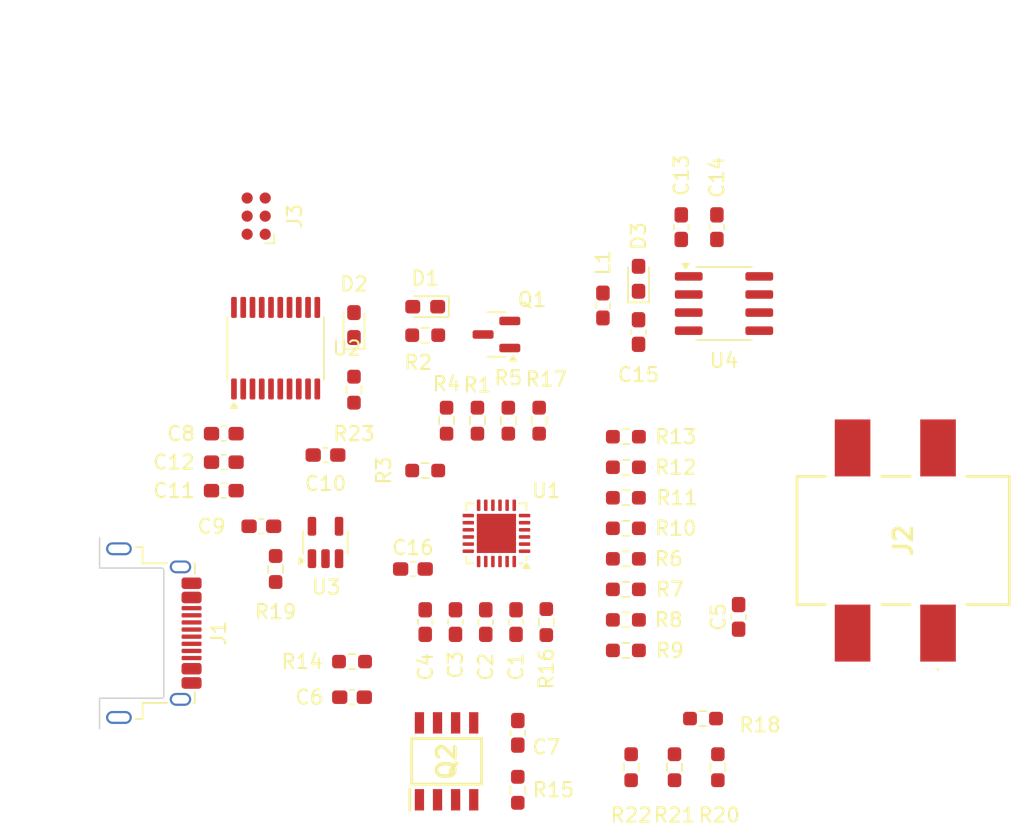
<source format=kicad_pcb>
(kicad_pcb (version 20241229) (generator "pcbnew") (generator_version "9.0")
  (layers (0 "F.Cu" signal) (2 "B.Cu" signal) (13 "F.Paste" user) (15 "B.Paste" user) (5 "F.SilkS" user "F.Silkscreen") (7 "B.SilkS" user "B.Silkscreen") (1 "F.Mask" user) (3 "B.Mask" user) (25 "Edge.Cuts" user))
  (net 0 "")
  (net 1 "+1V8")
  (net 2 "GND")
  (net 3 "+3V3")
  (net 4 "VCONN")
  (net 5 "VBUS")
  (net 6 "Net-(C6-Pad2)")
  (net 7 "+VBUS_PD")
  (net 8 "+3V3 MCU")
  (net 9 "AMP_OUT")
  (net 10 "Net-(U2-PA0)")
  (net 11 "Net-(D1-K)")
  (net 12 "Net-(D2-K)")
  (net 13 "Net-(D2-A)")
  (net 14 "Net-(D3-K)")
  (net 15 "SWDIO")
  (net 16 "NRST")
  (net 18 "SWCLK")
  (net 19 "USB_DM")
  (net 20 "USB_DP")
  (net 21 "Net-(Q1-D)")
  (net 22 "Net-(Q1-G)")
  (net 23 "Net-(Q2A-S1)")
  (net 24 "Net-(Q2A-G1)")
  (net 25 "PD_FLIP")
  (net 26 "I2C2_SCL")
  (net 27 "I2C2_SDA")
  (net 28 "VBUX_MAX")
  (net 29 "VBUX_MIN")
  (net 30 "ISINK_COARSE")
  (net 31 "ISINK_FINE")
  (net 32 "VBUS_FET_EN")
  (net 33 "Net-(U1-SAFE_PWR_EN)")
  (net 34 "PD_SAFE")
  (net 35 "Net-(R19-Pad1)")
  (net 37 "PD_GPIO")
  (net 38 "HPI_INT")
  (net 46 "Net-(J1-CC2)")
  (net 48 "Net-(J1-CC1)")
  (footprint "Resistor_SMD:R_0603_1608Metric_Pad0.98x0.95mm_HandSolder" (layer "F.Cu") (at 63.5 84.725 90)
    (property "Reference" "R16" (at -3.275 0 270) (layer "F.SilkS"))
    (property "Value" "2.2k")
    (fp_line (start -0.254724 -0.5225) (end 0.254724 -0.5225) (stroke (width 0.12)) (layer "F.SilkS"))
    (fp_line (start -0.254724 0.5225) (end 0.254724 0.5225) (stroke (width 0.12)) (layer "F.SilkS"))
    (pad "1" smd roundrect (at -0.9125 0 90) (size 0.975 0.95) (layers "F.Cu" "F.Mask" "F.Paste") (net 6 "Net-(C6-Pad2)"))
    (pad "2" smd roundrect (at 0.9125 0 90) (size 0.975 0.95) (layers "F.Cu" "F.Mask" "F.Paste") (net 32 "VBUS_FET_EN"))
  )
  (footprint "Diode_SMD:D_0603_1608Metric_Pad1.05x0.95mm_HandSolder" (layer "F.Cu") (at 69.975 60.6275 90)
    (property "Reference" "D3" (at 3 0 90) (layer "F.SilkS"))
    (property "Value" "1N5820")
    (fp_line (start 0.8 -0.735) (end -1.66 -0.735) (stroke (width 0.12)) (layer "F.SilkS"))
    (fp_line (start -1.66 -0.735) (end -1.66 0.735) (stroke (width 0.12)) (layer "F.SilkS"))
    (fp_line (start -1.66 0.735) (end 0.8 0.735) (stroke (width 0.12)) (layer "F.SilkS"))
    (pad "1" smd roundrect (at -0.875 0 90) (size 1.05 0.95) (layers "F.Cu" "F.Mask" "F.Paste") (net 14 "Net-(D3-K)"))
    (pad "2" smd roundrect (at 0.875 0 90) (size 1.05 0.95) (layers "F.Cu" "F.Mask" "F.Paste") (net 2 "GND"))
  )
  (footprint "Capacitor_SMD:C_0603_1608Metric_Pad1.08x0.95mm_HandSolder" (layer "F.Cu") (at 48 73)
    (property "Reference" "C10" (at 0 2 0) (layer "F.SilkS"))
    (property "Value" "0.1uF")
    (fp_line (start -0.146267 -0.51) (end 0.146267 -0.51) (stroke (width 0.12)) (layer "F.SilkS"))
    (fp_line (start -0.146267 0.51) (end 0.146267 0.51) (stroke (width 0.12)) (layer "F.SilkS"))
    (pad "1" smd roundrect (at -0.8625 0) (size 1.075 0.95) (layers "F.Cu" "F.Mask" "F.Paste") (net 10 "Net-(U2-PA0)"))
    (pad "2" smd roundrect (at 0.8625 0) (size 1.075 0.95) (layers "F.Cu" "F.Mask" "F.Paste") (net 2 "GND"))
  )
  (footprint "Resistor_SMD:R_0603_1608Metric_Pad0.98x0.95mm_HandSolder" (layer "F.Cu") (at 69.0875 86.714286)
    (property "Reference" "R9" (at 3.0875 0 0) (layer "F.SilkS"))
    (property "Value" "2.2k")
    (fp_line (start -0.254724 -0.5225) (end 0.254724 -0.5225) (stroke (width 0.12)) (layer "F.SilkS"))
    (fp_line (start -0.254724 0.5225) (end 0.254724 0.5225) (stroke (width 0.12)) (layer "F.SilkS"))
    (pad "1" smd roundrect (at -0.9125 0) (size 0.975 0.95) (layers "F.Cu" "F.Mask" "F.Paste") (net 29 "VBUX_MIN"))
    (pad "2" smd roundrect (at 0.9125 0) (size 0.975 0.95) (layers "F.Cu" "F.Mask" "F.Paste") (net 2 "GND"))
  )
  (footprint "Resistor_SMD:R_0603_1608Metric_Pad0.98x0.95mm_HandSolder" (layer "F.Cu") (at 69.0875 71.714286)
    (property "Reference" "R13" (at 3.5 0 0) (layer "F.SilkS"))
    (property "Value" "2.2k")
    (fp_line (start -0.254724 -0.5225) (end 0.254724 -0.5225) (stroke (width 0.12)) (layer "F.SilkS"))
    (fp_line (start -0.254724 0.5225) (end 0.254724 0.5225) (stroke (width 0.12)) (layer "F.SilkS"))
    (pad "1" smd roundrect (at -0.9125 0) (size 0.975 0.95) (layers "F.Cu" "F.Mask" "F.Paste") (net 31 "ISINK_FINE"))
    (pad "2" smd roundrect (at 0.9125 0) (size 0.975 0.95) (layers "F.Cu" "F.Mask" "F.Paste") (net 2 "GND"))
  )
  (footprint "Resistor_SMD:R_0603_1608Metric_Pad0.98x0.95mm_HandSolder" (layer "F.Cu") (at 55 64.5875)
    (property "Reference" "R2" (at -0.5 1.9125 0) (layer "F.SilkS"))
    (property "Value" "TODO")
    (fp_line (start -0.254724 -0.5225) (end 0.254724 -0.5225) (stroke (width 0.12)) (layer "F.SilkS"))
    (fp_line (start -0.254724 0.5225) (end 0.254724 0.5225) (stroke (width 0.12)) (layer "F.SilkS"))
    (pad "1" smd roundrect (at -0.9125 0) (size 0.975 0.95) (layers "F.Cu" "F.Mask" "F.Paste") (net 21 "Net-(Q1-D)"))
    (pad "2" smd roundrect (at 0.9125 0) (size 0.975 0.95) (layers "F.Cu" "F.Mask" "F.Paste") (net 11 "Net-(D1-K)"))
  )
  (footprint "Resistor_SMD:R_0603_1608Metric_Pad0.98x0.95mm_HandSolder" (layer "F.Cu") (at 49.8625 87.5 180)
    (property "Reference" "R14" (at 3.5 0 0) (layer "F.SilkS"))
    (property "Value" "20k")
    (fp_line (start -0.254724 0.5225) (end 0.254724 0.5225) (stroke (width 0.12)) (layer "F.SilkS"))
    (fp_line (start -0.254724 -0.5225) (end 0.254724 -0.5225) (stroke (width 0.12)) (layer "F.SilkS"))
    (pad "1" smd roundrect (at -0.9125 0 180) (size 0.975 0.95) (layers "F.Cu" "F.Mask" "F.Paste") (net 5 "VBUS"))
    (pad "2" smd roundrect (at 0.9125 0 180) (size 0.975 0.95) (layers "F.Cu" "F.Mask" "F.Paste") (net 6 "Net-(C6-Pad2)"))
  )
  (footprint "Capacitor_SMD:C_0603_1608Metric_Pad1.08x0.95mm_HandSolder" (layer "F.Cu") (at 77 84.3625 90)
    (property "Reference" "C5" (at 0 -1.43 90) (layer "F.SilkS"))
    (property "Value" "4.7uF")
    (fp_line (start -0.146267 -0.51) (end 0.146267 -0.51) (stroke (width 0.12)) (layer "F.SilkS"))
    (fp_line (start -0.146267 0.51) (end 0.146267 0.51) (stroke (width 0.12)) (layer "F.SilkS"))
    (pad "1" smd roundrect (at -0.8625 0 90) (size 1.075 0.95) (layers "F.Cu" "F.Mask" "F.Paste") (net 4 "VCONN"))
    (pad "2" smd roundrect (at 0.8625 0 90) (size 1.075 0.95) (layers "F.Cu" "F.Mask" "F.Paste") (net 2 "GND"))
  )
  (footprint "Resistor_SMD:R_0603_1608Metric_Pad0.98x0.95mm_HandSolder" (layer "F.Cu") (at 69.0875 82.428572)
    (property "Reference" "R7" (at 3.0875 0 0) (layer "F.SilkS"))
    (property "Value" "2.2k")
    (fp_line (start -0.254724 -0.5225) (end 0.254724 -0.5225) (stroke (width 0.12)) (layer "F.SilkS"))
    (fp_line (start -0.254724 0.5225) (end 0.254724 0.5225) (stroke (width 0.12)) (layer "F.SilkS"))
    (pad "1" smd roundrect (at -0.9125 0) (size 0.975 0.95) (layers "F.Cu" "F.Mask" "F.Paste") (net 28 "VBUX_MAX"))
    (pad "2" smd roundrect (at 0.9125 0) (size 0.975 0.95) (layers "F.Cu" "F.Mask" "F.Paste") (net 2 "GND"))
  )
  (footprint "Resistor_SMD:R_0603_1608Metric_Pad0.98x0.95mm_HandSolder" (layer "F.Cu") (at 69.0875 76)
    (property "Reference" "R11" (at 3.5875 0 0) (layer "F.SilkS"))
    (property "Value" "2.2k")
    (fp_line (start -0.254724 -0.5225) (end 0.254724 -0.5225) (stroke (width 0.12)) (layer "F.SilkS"))
    (fp_line (start -0.254724 0.5225) (end 0.254724 0.5225) (stroke (width 0.12)) (layer "F.SilkS"))
    (pad "1" smd roundrect (at -0.9125 0) (size 0.975 0.95) (layers "F.Cu" "F.Mask" "F.Paste") (net 30 "ISINK_COARSE"))
    (pad "2" smd roundrect (at 0.9125 0) (size 0.975 0.95) (layers "F.Cu" "F.Mask" "F.Paste") (net 2 "GND"))
  )
  (footprint "Resistor_SMD:R_0603_1608Metric_Pad0.98x0.95mm_HandSolder" (layer "F.Cu") (at 55 74.0875)
    (property "Reference" "R3" (at -2.9125 0 90) (layer "F.SilkS"))
    (property "Value" "2.2k")
    (fp_line (start -0.254724 -0.5225) (end 0.254724 -0.5225) (stroke (width 0.12)) (layer "F.SilkS"))
    (fp_line (start -0.254724 0.5225) (end 0.254724 0.5225) (stroke (width 0.12)) (layer "F.SilkS"))
    (pad "1" smd roundrect (at -0.9125 0) (size 0.975 0.95) (layers "F.Cu" "F.Mask" "F.Paste") (net 3 "+3V3"))
    (pad "2" smd roundrect (at 0.9125 0) (size 0.975 0.95) (layers "F.Cu" "F.Mask" "F.Paste") (net 26 "I2C2_SCL"))
  )
  (footprint "usb-c-pd-lib:SOIC127P600X175-8N" (layer "F.Cu") (at 56.5 94.5 90)
    (property "Reference" "Q2" (at 0 0 90) (layer "F.SilkS") (effects (font (size 1.27 1.27) (thickness 0.254))))
    (property "Value" "~" (hide yes))
    (fp_line (start -3.45 -2.58) (end -1.95 -2.58) (stroke (width 0.2)) (layer "F.SilkS"))
    (fp_line (start 1.6 -2.45) (end 1.6 2.45) (stroke (width 0.2)) (layer "F.SilkS"))
    (fp_line (start -1.6 -2.45) (end 1.6 -2.45) (stroke (width 0.2)) (layer "F.SilkS"))
    (fp_line (start 1.6 2.45) (end -1.6 2.45) (stroke (width 0.2)) (layer "F.SilkS"))
    (fp_line (start -1.6 2.45) (end -1.6 -2.45) (stroke (width 0.2)) (layer "F.SilkS"))
    (pad "1" smd rect (at -2.7 -1.905 180) (size 0.65 1.5) (layers "F.Cu" "F.Mask" "F.Paste") (net 23 "Net-(Q2A-S1)"))
    (pad "2" smd rect (at -2.7 -0.635 180) (size 0.65 1.5) (layers "F.Cu" "F.Mask" "F.Paste") (net 24 "Net-(Q2A-G1)"))
    (pad "3" smd rect (at -2.7 0.635 180) (size 0.65 1.5) (layers "F.Cu" "F.Mask" "F.Paste") (net 23 "Net-(Q2A-S1)"))
    (pad "4" smd rect (at -2.7 1.905 180) (size 0.65 1.5) (layers "F.Cu" "F.Mask" "F.Paste") (net 24 "Net-(Q2A-G1)"))
    (pad "5" smd rect (at 2.7 1.905 180) (size 0.65 1.5) (layers "F.Cu" "F.Mask" "F.Paste") (net 7 "+VBUS_PD"))
    (pad "6" smd rect (at 2.7 0.635 180) (size 0.65 1.5) (layers "F.Cu" "F.Mask" "F.Paste") (net 7 "+VBUS_PD"))
    (pad "7" smd rect (at 2.7 -0.635 180) (size 0.65 1.5) (layers "F.Cu" "F.Mask" "F.Paste") (net 5 "VBUS"))
    (pad "8" smd rect (at 2.7 -1.905 180) (size 0.65 1.5) (layers "F.Cu" "F.Mask" "F.Paste") (net 5 "VBUS"))
  )
  (footprint "Capacitor_SMD:C_0603_1608Metric_Pad1.08x0.95mm_HandSolder" (layer "F.Cu") (at 72.975 57.0025 90)
    (property "Reference" "C13" (at 3.6375 0 90) (layer "F.SilkS"))
    (property "Value" "470uF")
    (fp_line (start -0.146267 -0.51) (end 0.146267 -0.51) (stroke (width 0.12)) (layer "F.SilkS"))
    (fp_line (start -0.146267 0.51) (end 0.146267 0.51) (stroke (width 0.12)) (layer "F.SilkS"))
    (pad "1" smd roundrect (at -0.8625 0 90) (size 1.075 0.95) (layers "F.Cu" "F.Mask" "F.Paste") (net 5 "VBUS"))
    (pad "2" smd roundrect (at 0.8625 0 90) (size 1.075 0.95) (layers "F.Cu" "F.Mask" "F.Paste") (net 2 "GND"))
  )
  (footprint "Package_TO_SOT_SMD:SOT-23-5" (layer "F.Cu") (at 48 79.1375 90)
    (property "Reference" "U3" (at -3.1375 0.05 0) (layer "F.SilkS"))
    (property "Value" "INA180A2")
    (fp_line (start 0 -1.56) (end 0.8 -1.56) (stroke (width 0.12)) (layer "F.SilkS"))
    (fp_line (start 0 -1.56) (end -0.8 -1.56) (stroke (width 0.12)) (layer "F.SilkS"))
    (fp_line (start 0 1.56) (end 0.8 1.56) (stroke (width 0.12)) (layer "F.SilkS"))
    (fp_line (start 0 1.56) (end -0.8 1.56) (stroke (width 0.12)) (layer "F.SilkS"))
    (fp_poly (pts (xy -1.3 -1.51) (xy -1.54 -1.84) (xy -1.06 -1.84)) (stroke (width 0.12)) (fill yes) (layer "F.SilkS"))
    (pad "1" smd roundrect (at -1.1375 -0.95 90) (size 1.325 0.6) (layers "F.Cu" "F.Mask" "F.Paste") (net 35 "Net-(R19-Pad1)"))
    (pad "2" smd roundrect (at -1.1375 0 90) (size 1.325 0.6) (layers "F.Cu" "F.Mask" "F.Paste") (net 2 "GND"))
    (pad "3" smd roundrect (at -1.1375 0.95 90) (size 1.325 0.6) (layers "F.Cu" "F.Mask" "F.Paste") (net 7 "+VBUS_PD"))
    (pad "4" smd roundrect (at 1.1375 0.95 90) (size 1.325 0.6) (layers "F.Cu" "F.Mask" "F.Paste") (net 4 "VCONN"))
    (pad "5" smd roundrect (at 1.1375 -0.95 90) (size 1.325 0.6) (layers "F.Cu" "F.Mask" "F.Paste") (net 8 "+3V3 MCU"))
  )
  (footprint "Diode_SMD:D_0603_1608Metric_Pad1.05x0.95mm_HandSolder" (layer "F.Cu") (at 55 62.5875 180)
    (property "Reference" "D1" (at 0 2 0) (layer "F.SilkS"))
    (property "Value" "LED")
    (fp_line (start 0.8 -0.735) (end -1.66 -0.735) (stroke (width 0.12)) (layer "F.SilkS"))
    (fp_line (start -1.66 0.735) (end 0.8 0.735) (stroke (width 0.12)) (layer "F.SilkS"))
    (fp_line (start -1.66 -0.735) (end -1.66 0.735) (stroke (width 0.12)) (layer "F.SilkS"))
    (pad "1" smd roundrect (at -0.875 0 180) (size 1.05 0.95) (layers "F.Cu" "F.Mask" "F.Paste") (net 11 "Net-(D1-K)"))
    (pad "2" smd roundrect (at 0.875 0 180) (size 1.05 0.95) (layers "F.Cu" "F.Mask" "F.Paste") (net 5 "VBUS"))
  )
  (footprint "Capacitor_SMD:C_0603_1608Metric_Pad1.08x0.95mm_HandSolder" (layer "F.Cu") (at 75.475 57.0025 90)
    (property "Reference" "C14" (at 3.5 0 90) (layer "F.SilkS"))
    (property "Value" "1uF")
    (fp_line (start -0.146267 -0.51) (end 0.146267 -0.51) (stroke (width 0.12)) (layer "F.SilkS"))
    (fp_line (start -0.146267 0.51) (end 0.146267 0.51) (stroke (width 0.12)) (layer "F.SilkS"))
    (pad "1" smd roundrect (at -0.8625 0 90) (size 1.075 0.95) (layers "F.Cu" "F.Mask" "F.Paste") (net 5 "VBUS"))
    (pad "2" smd roundrect (at 0.8625 0 90) (size 1.075 0.95) (layers "F.Cu" "F.Mask" "F.Paste") (net 2 "GND"))
  )
  (footprint "Capacitor_SMD:C_0603_1608Metric_Pad1.08x0.95mm_HandSolder" (layer "F.Cu") (at 69.975 64.365 -90)
    (property "Reference" "C15" (at 3 0 180) (layer "F.SilkS"))
    (property "Value" "180uF")
    (fp_line (start -0.146267 0.51) (end 0.146267 0.51) (stroke (width 0.12)) (layer "F.SilkS"))
    (fp_line (start -0.146267 -0.51) (end 0.146267 -0.51) (stroke (width 0.12)) (layer "F.SilkS"))
    (pad "1" smd roundrect (at -0.8625 0 270) (size 1.075 0.95) (layers "F.Cu" "F.Mask" "F.Paste") (net 8 "+3V3 MCU"))
    (pad "2" smd roundrect (at 0.8625 0 270) (size 1.075 0.95) (layers "F.Cu" "F.Mask" "F.Paste") (net 2 "GND"))
  )
  (footprint "Resistor_SMD:R_0603_1608Metric_Pad0.98x0.95mm_HandSolder" (layer "F.Cu") (at 69.0875 73.857143 180)
    (property "Reference" "R12" (at -3.5 0 0) (layer "F.SilkS"))
    (property "Value" "2.2k")
    (fp_line (start -0.254724 0.5225) (end 0.254724 0.5225) (stroke (width 0.12)) (layer "F.SilkS"))
    (fp_line (start -0.254724 -0.5225) (end 0.254724 -0.5225) (stroke (width 0.12)) (layer "F.SilkS"))
    (pad "1" smd roundrect (at -0.9125 0 180) (size 0.975 0.95) (layers "F.Cu" "F.Mask" "F.Paste") (net 8 "+3V3 MCU"))
    (pad "2" smd roundrect (at 0.9125 0 180) (size 0.975 0.95) (layers "F.Cu" "F.Mask" "F.Paste") (net 31 "ISINK_FINE"))
  )
  (footprint "Diode_SMD:D_0603_1608Metric_Pad1.05x0.95mm_HandSolder" (layer "F.Cu") (at 50 63.875 90)
    (property "Reference" "D2" (at 2.875 0 180) (layer "F.SilkS"))
    (property "Value" "LED")
    (fp_line (start 0.8 -0.735) (end -1.66 -0.735) (stroke (width 0.12)) (layer "F.SilkS"))
    (fp_line (start -1.66 -0.735) (end -1.66 0.735) (stroke (width 0.12)) (layer "F.SilkS"))
    (fp_line (start -1.66 0.735) (end 0.8 0.735) (stroke (width 0.12)) (layer "F.SilkS"))
    (pad "1" smd roundrect (at -0.875 0 90) (size 1.05 0.95) (layers "F.Cu" "F.Mask" "F.Paste") (net 12 "Net-(D2-K)"))
    (pad "2" smd roundrect (at 0.875 0 90) (size 1.05 0.95) (layers "F.Cu" "F.Mask" "F.Paste") (net 13 "Net-(D2-A)"))
  )
  (footprint "Capacitor_SMD:C_0603_1608Metric_Pad1.08x0.95mm_HandSolder" (layer "F.Cu") (at 61.375 84.725 -90)
    (property "Reference" "C1" (at 3.1375 0 90) (layer "F.SilkS"))
    (property "Value" "1uF")
    (fp_line (start -0.146267 0.51) (end 0.146267 0.51) (stroke (width 0.12)) (layer "F.SilkS"))
    (fp_line (start -0.146267 -0.51) (end 0.146267 -0.51) (stroke (width 0.12)) (layer "F.SilkS"))
    (pad "1" smd roundrect (at -0.8625 0 270) (size 1.075 0.95) (layers "F.Cu" "F.Mask" "F.Paste") (net 1 "+1V8"))
    (pad "2" smd roundrect (at 0.8625 0 270) (size 1.075 0.95) (layers "F.Cu" "F.Mask" "F.Paste") (net 2 "GND"))
  )
  (footprint "Inductor_SMD:L_0603_1608Metric_Pad1.05x0.95mm_HandSolder" (layer "F.Cu") (at 67.475 62.5025 -90)
    (property "Reference" "L1" (at -3 0 90) (layer "F.SilkS"))
    (property "Value" "68uH")
    (fp_line (start -0.171267 0.51) (end 0.171267 0.51) (stroke (width 0.12)) (layer "F.SilkS"))
    (fp_line (start -0.171267 -0.51) (end 0.171267 -0.51) (stroke (width 0.12)) (layer "F.SilkS"))
    (pad "1" smd roundrect (at -0.875 0 270) (size 1.05 0.95) (layers "F.Cu" "F.Mask" "F.Paste") (net 14 "Net-(D3-K)"))
    (pad "2" smd roundrect (at 0.875 0 270) (size 1.05 0.95) (layers "F.Cu" "F.Mask" "F.Paste") (net 8 "+3V3 MCU"))
  )
  (footprint "Package_TO_SOT_SMD:SOT-23" (layer "F.Cu") (at 60 64.5375 180)
    (property "Reference" "Q1" (at -2.5 2.45 180) (layer "F.SilkS"))
    (property "Value" "T2N7002AK")
    (fp_line (start 0 1.56) (end 0.65 1.56) (stroke (width 0.12)) (layer "F.SilkS"))
    (fp_line (start 0 1.56) (end -0.65 1.56) (stroke (width 0.12)) (layer "F.SilkS"))
    (fp_line (start 0 -1.56) (end 0.65 -1.56) (stroke (width 0.12)) (layer "F.SilkS"))
    (fp_line (start 0 -1.56) (end -0.65 -1.56) (stroke (width 0.12)) (layer "F.SilkS"))
    (fp_poly (pts (xy -1.1625 -1.51) (xy -1.4025 -1.84) (xy -0.9225 -1.84)) (stroke (width 0.12)) (fill yes) (layer "F.SilkS"))
    (pad "1" smd roundrect (at -0.9375 -0.95 180) (size 1.475 0.6) (layers "F.Cu" "F.Mask" "F.Paste") (net 22 "Net-(Q1-G)"))
    (pad "2" smd roundrect (at -0.9375 0.95 180) (size 1.475 0.6) (layers "F.Cu" "F.Mask" "F.Paste") (net 2 "GND"))
    (pad "3" smd roundrect (at 0.9375 0 180) (size 1.475 0.6) (layers "F.Cu" "F.Mask" "F.Paste") (net 21 "Net-(Q1-D)"))
  )
  (footprint "Resistor_SMD:R_0603_1608Metric_Pad0.98x0.95mm_HandSolder" (layer "F.Cu") (at 63 70.5875 90)
    (property "Reference" "R17" (at 2.9125 0.5 0) (layer "F.SilkS"))
    (property "Value" "2.2k")
    (fp_line (start -0.254724 -0.5225) (end 0.254724 -0.5225) (stroke (width 0.12)) (layer "F.SilkS"))
    (fp_line (start -0.254724 0.5225) (end 0.254724 0.5225) (stroke (width 0.12)) (layer "F.SilkS"))
    (pad "1" smd roundrect (at -0.9125 0 90) (size 0.975 0.95) (layers "F.Cu" "F.Mask" "F.Paste") (net 33 "Net-(U1-SAFE_PWR_EN)"))
    (pad "2" smd roundrect (at 0.9125 0 90) (size 0.975 0.95) (layers "F.Cu" "F.Mask" "F.Paste") (net 34 "PD_SAFE"))
  )
  (footprint "Capacitor_SMD:C_0603_1608Metric_Pad1.08x0.95mm_HandSolder" (layer "F.Cu") (at 57.125 84.725 -90)
    (property "Reference" "C3" (at 3 0 90) (layer "F.SilkS"))
    (property "Value" "0.1uF")
    (fp_line (start -0.146267 0.51) (end 0.146267 0.51) (stroke (width 0.12)) (layer "F.SilkS"))
    (fp_line (start -0.146267 -0.51) (end 0.146267 -0.51) (stroke (width 0.12)) (layer "F.SilkS"))
    (pad "1" smd roundrect (at -0.8625 0 270) (size 1.075 0.95) (layers "F.Cu" "F.Mask" "F.Paste") (net 3 "+3V3"))
    (pad "2" smd roundrect (at 0.8625 0 270) (size 1.075 0.95) (layers "F.Cu" "F.Mask" "F.Paste") (net 2 "GND"))
  )
  (footprint "Package_SO:SOIC-8_3.9x4.9mm_P1.27mm" (layer "F.Cu") (at 75.975 62.365)
    (property "Reference" "U4" (at 0 4 0) (layer "F.SilkS"))
    (property "Value" "XL1509-3.3")
    (fp_line (start 0 -2.56) (end -1.95 -2.56) (stroke (width 0.12)) (layer "F.SilkS"))
    (fp_line (start 0 -2.56) (end 1.95 -2.56) (stroke (width 0.12)) (layer "F.SilkS"))
    (fp_line (start 0 2.56) (end -1.95 2.56) (stroke (width 0.12)) (layer "F.SilkS"))
    (fp_line (start 0 2.56) (end 1.95 2.56) (stroke (width 0.12)) (layer "F.SilkS"))
    (fp_poly (pts (xy -2.7 -2.465) (xy -2.94 -2.795) (xy -2.46 -2.795)) (stroke (width 0.12)) (fill yes) (layer "F.SilkS"))
    (pad "1" smd roundrect (at -2.475 -1.905) (size 1.95 0.6) (layers "F.Cu" "F.Mask" "F.Paste") (net 5 "VBUS"))
    (pad "2" smd roundrect (at -2.475 -0.635) (size 1.95 0.6) (layers "F.Cu" "F.Mask" "F.Paste") (net 14 "Net-(D3-K)"))
    (pad "3" smd roundrect (at -2.475 0.635) (size 1.95 0.6) (layers "F.Cu" "F.Mask" "F.Paste") (net 8 "+3V3 MCU"))
    (pad "4" smd roundrect (at -2.475 1.905) (size 1.95 0.6) (layers "F.Cu" "F.Mask" "F.Paste") (net 2 "GND"))
    (pad "5" smd roundrect (at 2.475 1.905) (size 1.95 0.6) (layers "F.Cu" "F.Mask" "F.Paste") (net 2 "GND"))
    (pad "6" smd roundrect (at 2.475 0.635) (size 1.95 0.6) (layers "F.Cu" "F.Mask" "F.Paste") (net 2 "GND"))
    (pad "7" smd roundrect (at 2.475 -0.635) (size 1.95 0.6) (layers "F.Cu" "F.Mask" "F.Paste") (net 2 "GND"))
    (pad "8" smd roundrect (at 2.475 -1.905) (size 1.95 0.6) (layers "F.Cu" "F.Mask" "F.Paste") (net 2 "GND"))
  )
  (footprint "Capacitor_SMD:C_0603_1608Metric_Pad1.08x0.95mm_HandSolder" (layer "F.Cu") (at 59.25 84.725 -90)
    (property "Reference" "C2" (at 3.1375 0 90) (layer "F.SilkS"))
    (property "Value" "1uF")
    (fp_line (start -0.146267 0.51) (end 0.146267 0.51) (stroke (width 0.12)) (layer "F.SilkS"))
    (fp_line (start -0.146267 -0.51) (end 0.146267 -0.51) (stroke (width 0.12)) (layer "F.SilkS"))
    (pad "1" smd roundrect (at -0.8625 0 270) (size 1.075 0.95) (layers "F.Cu" "F.Mask" "F.Paste") (net 3 "+3V3"))
    (pad "2" smd roundrect (at 0.8625 0 270) (size 1.075 0.95) (layers "F.Cu" "F.Mask" "F.Paste") (net 2 "GND"))
  )
  (footprint "Connector:Tag-Connect_TC2030-IDC-NL_2x03_P1.27mm_Vertical" (layer "F.Cu") (at 43.135 56.23 90)
    (property "Reference" "J3" (at 0 2.7 90) (layer "F.SilkS"))
    (property "Value" "Conn_ARM_SWD_TagConnect_TC2030-NL")
    (fp_line (start -1.27 1.27) (end -1.905 1.27) (stroke (width 0.12)) (layer "F.SilkS"))
    (fp_line (start -1.905 1.27) (end -1.905 0.635) (stroke (width 0.12)) (layer "F.SilkS"))
    (pad "" np_thru_hole circle (at -2.54 0 90) (size 0.9906 0.9906) (drill 0.9906) (layers "*.Cu" "*.Mask"))
    (pad "" np_thru_hole circle (at 2.54 -1.016 90) (size 0.9906 0.9906) (drill 0.9906) (layers "*.Cu" "*.Mask"))
    (pad "" np_thru_hole circle (at 2.54 1.016 90) (size 0.9906 0.9906) (drill 0.9906) (layers "*.Cu" "*.Mask"))
    (pad "1" connect circle (at -1.27 0.635 90) (size 0.7874 0.7874) (layers "F.Cu" "F.Mask") (net 8 "+3V3 MCU"))
    (pad "2" connect circle (at -1.27 -0.635 90) (size 0.7874 0.7874) (layers "F.Cu" "F.Mask") (net 15 "SWDIO"))
    (pad "3" connect circle (at 0 0.635 90) (size 0.7874 0.7874) (layers "F.Cu" "F.Mask") (net 16 "NRST"))
    (pad "4" connect circle (at 0 -0.635 90) (size 0.7874 0.7874) (layers "F.Cu" "F.Mask") (net 18 "SWCLK"))
    (pad "5" connect circle (at 1.27 0.635 90) (size 0.7874 0.7874) (layers "F.Cu" "F.Mask") (net 2 "GND"))
    (pad "6" connect circle (at 1.27 -0.635 90) (size 0.7874 0.7874) (layers "F.Cu" "F.Mask"))
  )
  (footprint "Resistor_SMD:R_0603_1608Metric_Pad0.98x0.95mm_HandSolder" (layer "F.Cu") (at 61.5 96.5 90)
    (property "Reference" "R15" (at 0 2.5 0) (layer "F.SilkS"))
    (property "Value" "2.2k")
    (fp_line (start -0.254724 -0.5225) (end 0.254724 -0.5225) (stroke (width 0.12)) (layer "F.SilkS"))
    (fp_line (start -0.254724 0.5225) (end 0.254724 0.5225) (stroke (width 0.12)) (layer "F.SilkS"))
    (pad "1" smd roundrect (at -0.9125 0 90) (size 0.975 0.95) (layers "F.Cu" "F.Mask" "F.Paste") (net 24 "Net-(Q2A-G1)"))
    (pad "2" smd roundrect (at 0.9125 0 90) (size 0.975 0.95) (layers "F.Cu" "F.Mask" "F.Paste") (net 6 "Net-(C6-Pad2)"))
  )
  (footprint "Resistor_SMD:R_0603_1608Metric_Pad0.98x0.95mm_HandSolder" (layer "F.Cu") (at 50 68.4125 90)
    (property "Reference" "R23" (at -3.0875 0 180) (layer "F.SilkS"))
    (property "Value" "TODO")
    (fp_line (start -0.254724 -0.5225) (end 0.254724 -0.5225) (stroke (width 0.12)) (layer "F.SilkS"))
    (fp_line (start -0.254724 0.5225) (end 0.254724 0.5225) (stroke (width 0.12)) (layer "F.SilkS"))
    (pad "1" smd roundrect (at -0.9125 0 90) (size 0.975 0.95) (layers "F.Cu" "F.Mask" "F.Paste") (net 2 "GND"))
    (pad "2" smd roundrect (at 0.9125 0 90) (size 0.975 0.95) (layers "F.Cu" "F.Mask" "F.Paste") (net 12 "Net-(D2-K)"))
  )
  (footprint "Capacitor_SMD:C_0603_1608Metric_Pad1.08x0.95mm_HandSolder" (layer "F.Cu") (at 40.8625 71.5 180)
    (property "Reference" "C8" (at 3 0 0) (layer "F.SilkS"))
    (property "Value" "0.1uF")
    (fp_line (start -0.146267 0.51) (end 0.146267 0.51) (stroke (width 0.12)) (layer "F.SilkS"))
    (fp_line (start -0.146267 -0.51) (end 0.146267 -0.51) (stroke (width 0.12)) (layer "F.SilkS"))
    (pad "1" smd roundrect (at -0.8625 0 180) (size 1.075 0.95) (layers "F.Cu" "F.Mask" "F.Paste") (net 8 "+3V3 MCU"))
    (pad "2" smd roundrect (at 0.8625 0 180) (size 1.075 0.95) (layers "F.Cu" "F.Mask" "F.Paste") (net 2 "GND"))
  )
  (footprint "Resistor_SMD:R_0603_1608Metric_Pad0.98x0.95mm_HandSolder" (layer "F.Cu") (at 75.54375 94.9125 -90)
    (property "Reference" "R20" (at 3.3625 -0.0875 0) (layer "F.SilkS"))
    (property "Value" "20k")
    (fp_line (start -0.254724 0.5225) (end 0.254724 0.5225) (stroke (width 0.12)) (layer "F.SilkS"))
    (fp_line (start -0.254724 -0.5225) (end 0.254724 -0.5225) (stroke (width 0.12)) (layer "F.SilkS"))
    (pad "1" smd roundrect (at -0.9125 0 270) (size 0.975 0.95) (layers "F.Cu" "F.Mask" "F.Paste") (net 4 "VCONN"))
    (pad "2" smd roundrect (at 0.9125 0 270) (size 0.975 0.95) (layers "F.Cu" "F.Mask" "F.Paste") (net 10 "Net-(U2-PA0)"))
  )
  (footprint "Resistor_SMD:R_0603_1608Metric_Pad0.98x0.95mm_HandSolder" (layer "F.Cu") (at 69.0875 78.142857 180)
    (property "Reference" "R10" (at -3.5 0 0) (layer "F.SilkS"))
    (property "Value" "2.2k")
    (fp_line (start -0.254724 0.5225) (end 0.254724 0.5225) (stroke (width 0.12)) (layer "F.SilkS"))
    (fp_line (start -0.254724 -0.5225) (end 0.254724 -0.5225) (stroke (width 0.12)) (layer "F.SilkS"))
    (pad "1" smd roundrect (at -0.9125 0 180) (size 0.975 0.95) (layers "F.Cu" "F.Mask" "F.Paste") (net 8 "+3V3 MCU"))
    (pad "2" smd roundrect (at 0.9125 0 180) (size 0.975 0.95) (layers "F.Cu" "F.Mask" "F.Paste") (net 30 "ISINK_COARSE"))
  )
  (footprint "Capacitor_SMD:C_0603_1608Metric_Pad1.08x0.95mm_HandSolder" (layer "F.Cu") (at 40.8625 75.5 180)
    (property "Reference" "C11" (at 3.5 0 0) (layer "F.SilkS"))
    (property "Value" "0.1uF")
    (fp_line (start -0.146267 0.51) (end 0.146267 0.51) (stroke (width 0.12)) (layer "F.SilkS"))
    (fp_line (start -0.146267 -0.51) (end 0.146267 -0.51) (stroke (width 0.12)) (layer "F.SilkS"))
    (pad "1" smd roundrect (at -0.8625 0 180) (size 1.075 0.95) (layers "F.Cu" "F.Mask" "F.Paste") (net 8 "+3V3 MCU"))
    (pad "2" smd roundrect (at 0.8625 0 180) (size 1.075 0.95) (layers "F.Cu" "F.Mask" "F.Paste") (net 2 "GND"))
  )
  (footprint "Package_DFN_QFN:QFN-24-1EP_4x4mm_P0.5mm_EP2.75x2.75mm" (layer "F.Cu") (at 60 78.5 180)
    (property "Reference" "U1" (at -3.5 3 0) (layer "F.SilkS"))
    (property "Value" "CYPD3177-24LQ")
    (fp_line (start 2.11 2.11) (end 2.11 1.635) (stroke (width 0.12)) (layer "F.SilkS"))
    (fp_line (start 2.11 -2.11) (end 2.11 -1.635) (stroke (width 0.12)) (layer "F.SilkS"))
    (fp_line (start 1.635 2.11) (end 2.11 2.11) (stroke (width 0.12)) (layer "F.SilkS"))
    (fp_line (start 1.635 -2.11) (end 2.11 -2.11) (stroke (width 0.12)) (layer "F.SilkS"))
    (fp_line (start -1.635 2.11) (end -2.11 2.11) (stroke (width 0.12)) (layer "F.SilkS"))
    (fp_line (start -1.635 -2.11) (end -1.81 -2.11) (stroke (width 0.12)) (layer "F.SilkS"))
    (fp_line (start -2.11 2.11) (end -2.11 1.635) (stroke (width 0.12)) (layer "F.SilkS"))
    (fp_line (start -2.11 -1.635) (end -2.11 -1.87) (stroke (width 0.12)) (layer "F.SilkS"))
    (fp_poly (pts (xy -2.11 -2.11) (xy -2.35 -2.44) (xy -1.87 -2.44)) (stroke (width 0.12)) (fill yes) (layer "F.SilkS"))
    (pad "1" smd roundrect (at -1.975 -1.25 180) (size 0.8 0.25) (layers "F.Cu" "F.Mask" "F.Paste") (net 29 "VBUX_MIN"))
    (pad "2" smd roundrect (at -1.975 -0.75 180) (size 0.8 0.25) (layers "F.Cu" "F.Mask" "F.Paste") (net 28 "VBUX_MAX"))
    (pad "3" smd roundrect (at -1.975 -0.25 180) (size 0.8 0.25) (layers "F.Cu" "F.Mask" "F.Paste") (net 32 "VBUS_FET_EN"))
    (pad "4" smd roundrect (at -1.975 0.25 180) (size 0.8 0.25) (layers "F.Cu" "F.Mask" "F.Paste") (net 33 "Net-(U1-SAFE_PWR_EN)"))
    (pad "5" smd roundrect (at -1.975 0.75 180) (size 0.8 0.25) (layers "F.Cu" "F.Mask" "F.Paste") (net 30 "ISINK_COARSE"))
    (pad "6" smd roundrect (at -1.975 1.25 180) (size 0.8 0.25) (layers "F.Cu" "F.Mask" "F.Paste") (net 31 "ISINK_FINE"))
    (pad "7" smd roundrect (at -1.25 1.975 180) (size 0.25 0.8) (layers "F.Cu" "F.Mask" "F.Paste") (net 38 "HPI_INT"))
    (pad "8" smd roundrect (at -0.75 1.975 180) (size 0.25 0.8) (layers "F.Cu" "F.Mask" "F.Paste") (net 37 "PD_GPIO"))
    (pad "9" smd roundrect (at -0.25 1.975 180) (size 0.25 0.8) (layers "F.Cu" "F.Mask" "F.Paste") (net 22 "Net-(Q1-G)"))
    (pad "10" smd roundrect (at 0.25 1.975 180) (size 0.25 0.8) (layers "F.Cu" "F.Mask" "F.Paste") (net 25 "PD_FLIP"))
    (pad "11" smd roundrect (at 0.75 1.975 180) (size 0.25 0.8) (layers "F.Cu" "F.Mask" "F.Paste") (net 7 "+VBUS_PD"))
    (pad "12" smd roundrect (at 1.25 1.975 180) (size 0.25 0.8) (layers "F.Cu" "F.Mask" "F.Paste") (net 27 "I2C2_SDA"))
    (pad "13" smd roundrect (at 1.975 1.25 180) (size 0.8 0.25) (layers "F.Cu" "F.Mask" "F.Paste") (net 26 "I2C2_SCL"))
    (pad "14" smd roundrect (at 1.975 0.75 180) (size 0.8 0.25) (layers "F.Cu" "F.Mask" "F.Paste") (net 46 "Net-(J1-CC2)"))
    (pad "15" smd roundrect (at 1.975 0.25 180) (size 0.8 0.25) (layers "F.Cu" "F.Mask" "F.Paste") (net 48 "Net-(J1-CC1)"))
    (pad "16" smd roundrect (at 1.975 -0.25 180) (size 0.8 0.25) (layers "F.Cu" "F.Mask" "F.Paste"))
    (pad "17" smd roundrect (at 1.975 -0.75 180) (size 0.8 0.25) (layers "F.Cu" "F.Mask" "F.Paste"))
    (pad "18" smd roundrect (at 1.975 -1.25 180) (size 0.8 0.25) (layers "F.Cu" "F.Mask" "F.Paste") (net 5 "VBUS"))
    (pad "19" smd roundrect (at 1.25 -1.975 180) (size 0.25 0.8) (layers "F.Cu" "F.Mask" "F.Paste") (net 2 "GND"))
    (pad "20" smd roundrect (at 0.75 -1.975 180) (size 0.25 0.8) (layers "F.Cu" "F.Mask" "F.Paste"))
    (pad "21" smd roundrect (at 0.25 -1.975 180) (size 0.25 0.8) (layers "F.Cu" "F.Mask" "F.Paste"))
    (pad "22" smd roundrect (at -0.25 -1.975 180) (size 0.25 0.8) (layers "F.Cu" "F.Mask" "F.Paste") (net 2 "GND"))
    (pad "23" smd roundrect (at -0.75 -1.975 180) (size 0.25 0.8) (layers "F.Cu" "F.Mask" "F.Paste") (net 3 "+3V3"))
    (pad "24" smd roundrect (at -1.25 -1.975 180) (size 0.25 0.8) (layers "F.Cu" "F.Mask" "F.Paste") (net 1 "+1V8"))
    (pad "25" smd rect (at 0 0 180) (size 2.75 2.75) (property pad_prop_heatsink) (layers "F.Cu" "F.Mask") (net 2 "GND"))
  )
  (footprint "Package_SO:TSSOP-20_4.4x6.5mm_P0.65mm" (layer "F.Cu") (at 44.5 65.5 90)
    (property "Reference" "U2" (at 0 5 0) (layer "F.SilkS"))
    (property "Value" "STM32C071F8Px")
    (fp_line (start 0 -3.385) (end 2.2 -3.385) (stroke (width 0.12)) (layer "F.SilkS"))
    (fp_line (start 0 -3.385) (end -2.2 -3.385) (stroke (width 0.12)) (layer "F.SilkS"))
    (fp_line (start 0 3.385) (end 2.2 3.385) (stroke (width 0.12)) (layer "F.SilkS"))
    (fp_line (start 0 3.385) (end -2.2 3.385) (stroke (width 0.12)) (layer "F.SilkS"))
    (fp_poly (pts (xy -3.86 -2.925) (xy -4.19 -2.685) (xy -4.19 -3.165)) (stroke (width 0.12)) (fill yes) (layer "F.SilkS"))
    (pad "1" smd roundrect (at -2.8625 -2.925 90) (size 1.475 0.4) (layers "F.Cu" "F.Mask" "F.Paste") (net 13 "Net-(D2-A)"))
    (pad "2" smd roundrect (at -2.8625 -2.275 90) (size 1.475 0.4) (layers "F.Cu" "F.Mask" "F.Paste") (net 37 "PD_GPIO"))
    (pad "3" smd roundrect (at -2.8625 -1.625 90) (size 1.475 0.4) (layers "F.Cu" "F.Mask" "F.Paste") (net 38 "HPI_INT"))
    (pad "4" smd roundrect (at -2.8625 -0.975 90) (size 1.475 0.4) (layers "F.Cu" "F.Mask" "F.Paste") (net 8 "+3V3 MCU"))
    (pad "5" smd roundrect (at -2.8625 -0.325 90) (size 1.475 0.4) (layers "F.Cu" "F.Mask" "F.Paste") (net 2 "GND"))
    (pad "6" smd roundrect (at -2.8625 0.325 90) (size 1.475 0.4) (layers "F.Cu" "F.Mask" "F.Paste") (net 16 "NRST"))
    (pad "7" smd roundrect (at -2.8625 0.975 90) (size 1.475 0.4) (layers "F.Cu" "F.Mask" "F.Paste") (net 10 "Net-(U2-PA0)"))
    (pad "8" smd roundrect (at -2.8625 1.625 90) (size 1.475 0.4) (layers "F.Cu" "F.Mask" "F.Paste") (net 9 "AMP_OUT"))
    (pad "9" smd roundrect (at -2.8625 2.275 90) (size 1.475 0.4) (layers "F.Cu" "F.Mask" "F.Paste"))
    (pad "10" smd roundrect (at -2.8625 2.925 90) (size 1.475 0.4) (layers "F.Cu" "F.Mask" "F.Paste"))
    (pad "11" smd roundrect (at 2.8625 2.925 90) (size 1.475 0.4) (layers "F.Cu" "F.Mask" "F.Paste"))
    (pad "12" smd roundrect (at 2.8625 2.275 90) (size 1.475 0.4) (layers "F.Cu" "F.Mask" "F.Paste") (net 25 "PD_FLIP"))
    (pad "13" smd roundrect (at 2.8625 1.625 90) (size 1.475 0.4) (layers "F.Cu" "F.Mask" "F.Paste") (net 27 "I2C2_SDA"))
    (pad "14" smd roundrect (at 2.8625 0.975 90) (size 1.475 0.4) (layers "F.Cu" "F.Mask" "F.Paste") (net 26 "I2C2_SCL"))
    (pad "15" smd roundrect (at 2.8625 0.325 90) (size 1.475 0.4) (layers "F.Cu" "F.Mask" "F.Paste") (net 34 "PD_SAFE"))
    (pad "16" smd roundrect (at 2.8625 -0.325 90) (size 1.475 0.4) (layers "F.Cu" "F.Mask" "F.Paste") (net 19 "USB_DM"))
    (pad "17" smd roundrect (at 2.8625 -0.975 90) (size 1.475 0.4) (layers "F.Cu" "F.Mask" "F.Paste") (net 20 "USB_DP"))
    (pad "18" smd roundrect (at 2.8625 -1.625 90) (size 1.475 0.4) (layers "F.Cu" "F.Mask" "F.Paste") (net 15 "SWDIO"))
    (pad "19" smd roundrect (at 2.8625 -2.275 90) (size 1.475 0.4) (layers "F.Cu" "F.Mask" "F.Paste") (net 18 "SWCLK"))
    (pad "20" smd roundrect (at 2.8625 -2.925 90) (size 1.475 0.4) (layers "F.Cu" "F.Mask" "F.Paste"))
  )
  (footprint "Resistor_SMD:R_0603_1608Metric_Pad0.98x0.95mm_HandSolder" (layer "F.Cu") (at 69.45625 94.9125 90)
    (property "Reference" "R22" (at -3.3625 0 180) (layer "F.SilkS"))
    (property "Value" "2.2k")
    (fp_line (start -0.254724 -0.5225) (end 0.254724 -0.5225) (stroke (width 0.12)) (layer "F.SilkS"))
    (fp_line (start -0.254724 0.5225) (end 0.254724 0.5225) (stroke (width 0.12)) (layer "F.SilkS"))
    (pad "1" smd roundrect (at -0.9125 0 90) (size 0.975 0.95) (layers "F.Cu" "F.Mask" "F.Paste") (net 10 "Net-(U2-PA0)"))
    (pad "2" smd roundrect (at 0.9125 0 90) (size 0.975 0.95) (layers "F.Cu" "F.Mask" "F.Paste") (net 2 "GND"))
  )
  (footprint "Capacitor_SMD:C_0603_1608Metric_Pad1.08x0.95mm_HandSolder" (layer "F.Cu") (at 40.8625 73.5 180)
    (property "Reference" "C12" (at 3.5 0 0) (layer "F.SilkS"))
    (property "Value" "4.7uF")
    (fp_line (start -0.146267 0.51) (end 0.146267 0.51) (stroke (width 0.12)) (layer "F.SilkS"))
    (fp_line (start -0.146267 -0.51) (end 0.146267 -0.51) (stroke (width 0.12)) (layer "F.SilkS"))
    (pad "1" smd roundrect (at -0.8625 0 180) (size 1.075 0.95) (layers "F.Cu" "F.Mask" "F.Paste") (net 8 "+3V3 MCU"))
    (pad "2" smd roundrect (at 0.8625 0 180) (size 1.075 0.95) (layers "F.Cu" "F.Mask" "F.Paste") (net 2 "GND"))
  )
  (footprint "Capacitor_SMD:C_0603_1608Metric_Pad1.08x0.95mm_HandSolder" (layer "F.Cu") (at 55 84.725 -90)
    (property "Reference" "C4" (at 3.1375 -0.02 90) (layer "F.SilkS"))
    (property "Value" "0.1uF")
    (fp_line (start -0.146267 0.51) (end 0.146267 0.51) (stroke (width 0.12)) (layer "F.SilkS"))
    (fp_line (start -0.146267 -0.51) (end 0.146267 -0.51) (stroke (width 0.12)) (layer "F.SilkS"))
    (pad "1" smd roundrect (at -0.8625 0 270) (size 1.075 0.95) (layers "F.Cu" "F.Mask" "F.Paste") (net 3 "+3V3"))
    (pad "2" smd roundrect (at 0.8625 0 270) (size 1.075 0.95) (layers "F.Cu" "F.Mask" "F.Paste") (net 2 "GND"))
  )
  (footprint "Resistor_SMD:R_0603_1608Metric_Pad0.98x0.95mm_HandSolder" (layer "F.Cu") (at 69.0875 84.571429 180)
    (property "Reference" "R8" (at -3 0 0) (layer "F.SilkS"))
    (property "Value" "2.2k")
    (fp_line (start -0.254724 0.5225) (end 0.254724 0.5225) (stroke (width 0.12)) (layer "F.SilkS"))
    (fp_line (start -0.254724 -0.5225) (end 0.254724 -0.5225) (stroke (width 0.12)) (layer "F.SilkS"))
    (pad "1" smd roundrect (at -0.9125 0 180) (size 0.975 0.95) (layers "F.Cu" "F.Mask" "F.Paste") (net 8 "+3V3 MCU"))
    (pad "2" smd roundrect (at 0.9125 0 180) (size 0.975 0.95) (layers "F.Cu" "F.Mask" "F.Paste") (net 29 "VBUX_MIN"))
  )
  (footprint "Capacitor_SMD:C_0603_1608Metric_Pad1.08x0.95mm_HandSolder" (layer "F.Cu") (at 43.5 78)
    (property "Reference" "C9" (at -3.5 0 0) (layer "F.SilkS"))
    (property "Value" "0.1uF")
    (fp_line (start -0.146267 -0.51) (end 0.146267 -0.51) (stroke (width 0.12)) (layer "F.SilkS"))
    (fp_line (start -0.146267 0.51) (end 0.146267 0.51) (stroke (width 0.12)) (layer "F.SilkS"))
    (pad "1" smd roundrect (at -0.8625 0) (size 1.075 0.95) (layers "F.Cu" "F.Mask" "F.Paste") (net 2 "GND"))
    (pad "2" smd roundrect (at 0.8625 0) (size 1.075 0.95) (layers "F.Cu" "F.Mask" "F.Paste") (net 9 "AMP_OUT"))
  )
  (footprint "Resistor_SMD:R_0603_1608Metric_Pad0.98x0.95mm_HandSolder" (layer "F.Cu") (at 72.5 94.9125 -90)
    (property "Reference" "R21" (at 3.3625 0 0) (layer "F.SilkS"))
    (property "Value" "20k")
    (fp_line (start -0.254724 0.5225) (end 0.254724 0.5225) (stroke (width 0.12)) (layer "F.SilkS"))
    (fp_line (start -0.254724 -0.5225) (end 0.254724 -0.5225) (stroke (width 0.12)) (layer "F.SilkS"))
    (pad "1" smd roundrect (at -0.9125 0 270) (size 0.975 0.95) (layers "F.Cu" "F.Mask" "F.Paste") (net 4 "VCONN"))
    (pad "2" smd roundrect (at 0.9125 0 270) (size 0.975 0.95) (layers "F.Cu" "F.Mask" "F.Paste") (net 10 "Net-(U2-PA0)"))
  )
  (footprint "Capacitor_SMD:C_0603_1608Metric_Pad1.08x0.95mm_HandSolder" (layer "F.Cu") (at 49.8625 90 180)
    (property "Reference" "C6" (at 3 0 0) (layer "F.SilkS"))
    (property "Value" "4.7uF")
    (fp_line (start -0.146267 0.51) (end 0.146267 0.51) (stroke (width 0.12)) (layer "F.SilkS"))
    (fp_line (start -0.146267 -0.51) (end 0.146267 -0.51) (stroke (width 0.12)) (layer "F.SilkS"))
    (pad "1" smd roundrect (at -0.8625 0 180) (size 1.075 0.95) (layers "F.Cu" "F.Mask" "F.Paste") (net 5 "VBUS"))
    (pad "2" smd roundrect (at 0.8625 0 180) (size 1.075 0.95) (layers "F.Cu" "F.Mask" "F.Paste") (net 6 "Net-(C6-Pad2)"))
  )
  (footprint "Capacitor_SMD:C_0603_1608Metric_Pad1.08x0.95mm_HandSolder" (layer "F.Cu") (at 61.5 92.5 -90)
    (property "Reference" "C7" (at 1 -2 180) (layer "F.SilkS"))
    (property "Value" "0.1uF")
    (fp_line (start -0.146267 0.51) (end 0.146267 0.51) (stroke (width 0.12)) (layer "F.SilkS"))
    (fp_line (start -0.146267 -0.51) (end 0.146267 -0.51) (stroke (width 0.12)) (layer "F.SilkS"))
    (pad "1" smd roundrect (at -0.8625 0 270) (size 1.075 0.95) (layers "F.Cu" "F.Mask" "F.Paste") (net 7 "+VBUS_PD"))
    (pad "2" smd roundrect (at 0.8625 0 270) (size 1.075 0.95) (layers "F.Cu" "F.Mask" "F.Paste") (net 6 "Net-(C6-Pad2)"))
  )
  (footprint "usb-c-pd-lib:PJ002AHSMTTR" (layer "F.Cu") (at 88.55 79 90)
    (property "Reference" "J2" (at 0 0 90) (layer "F.SilkS") (effects (font (size 1.27 1.27) (thickness 0.254))))
    (property "Value" "Barrel_Jack_Switch" (hide yes))
    (fp_line (start 4.5 -7.45) (end 4.5 -5.463) (stroke (width 0.2)) (layer "F.SilkS"))
    (fp_line (start -4.5 -7.45) (end 4.5 -7.45) (stroke (width 0.2)) (layer "F.SilkS"))
    (fp_line (start -4.5 -5.463) (end -4.5 -7.45) (stroke (width 0.2)) (layer "F.SilkS"))
    (fp_line (start 4.5 -1.49) (end 4.5 0.497) (stroke (width 0.2)) (layer "F.SilkS"))
    (fp_line (start -4.5 -1.49) (end -4.5 0.497) (stroke (width 0.2)) (layer "F.SilkS"))
    (fp_line (start -9 2.45) (end -9 2.45) (stroke (width 0.1)) (layer "F.SilkS"))
    (fp_line (start -9.1 2.45) (end -9.1 2.45) (stroke (width 0.1)) (layer "F.SilkS"))
    (fp_line (start -4.5 4.47) (end -4.5 7.45) (stroke (width 0.2)) (layer "F.SilkS"))
    (fp_line (start 4.5 7.45) (end 4.5 4.47) (stroke (width 0.2)) (layer "F.SilkS"))
    (fp_line (start -4.5 7.45) (end 4.5 7.45) (stroke (width 0.2)) (layer "F.SilkS"))
    (fp_arc (start -9 2.45) (mid -9.05 2.5) (end -9.1 2.45) (stroke (width 0.1)) (layer "F.SilkS"))
    (fp_arc (start -9.1 2.45) (mid -9.05 2.4) (end -9 2.45) (stroke (width 0.1)) (layer "F.SilkS"))
    (pad "" np_thru_hole circle (at 0 -2.05 90) (size 1.8 1.8) (drill 1.8) (layers "*.Cu" "*.Mask"))
    (pad "" np_thru_hole circle (at 0 2.45 90) (size 1.7 1.7) (drill 1.7) (layers "*.Cu" "*.Mask"))
    (pad "1" smd rect (at -6.5 2.45 180) (size 2.5 4) (layers "F.Cu" "F.Mask" "F.Paste") (net 4 "VCONN"))
    (pad "2" smd rect (at 6.5 2.45 180) (size 2.5 4) (layers "F.Cu" "F.Mask" "F.Paste") (net 2 "GND"))
    (pad "3" smd rect (at 6.5 -3.55 180) (size 2.5 4) (layers "F.Cu" "F.Mask" "F.Paste") (net 2 "GND"))
    (pad "A1" smd rect (at -6.5 -3.55 180) (size 2.5 4) (layers "F.Cu" "F.Mask" "F.Paste") (net 4 "VCONN"))
  )
  (footprint "Resistor_SMD:R_0603_1608Metric_Pad0.98x0.95mm_HandSolder" (layer "F.Cu") (at 69.0875 80.285715 180)
    (property "Reference" "R6" (at -3 0 0) (layer "F.SilkS"))
    (property "Value" "2.2k")
    (fp_line (start -0.254724 0.5225) (end 0.254724 0.5225) (stroke (width 0.12)) (layer "F.SilkS"))
    (fp_line (start -0.254724 -0.5225) (end 0.254724 -0.5225) (stroke (width 0.12)) (layer "F.SilkS"))
    (pad "1" smd roundrect (at -0.9125 0 180) (size 0.975 0.95) (layers "F.Cu" "F.Mask" "F.Paste") (net 8 "+3V3 MCU"))
    (pad "2" smd roundrect (at 0.9125 0 180) (size 0.975 0.95) (layers "F.Cu" "F.Mask" "F.Paste") (net 28 "VBUX_MAX"))
  )
  (footprint "Resistor_SMD:R_0603_1608Metric_Pad0.98x0.95mm_HandSolder" (layer "F.Cu") (at 44.5 81 90)
    (property "Reference" "R19" (at -3 0 0) (layer "F.SilkS"))
    (property "Value" "2.2k")
    (fp_line (start -0.254724 -0.5225) (end 0.254724 -0.5225) (stroke (width 0.12)) (layer "F.SilkS"))
    (fp_line (start -0.254724 0.5225) (end 0.254724 0.5225) (stroke (width 0.12)) (layer "F.SilkS"))
    (pad "1" smd roundrect (at -0.9125 0 90) (size 0.975 0.95) (layers "F.Cu" "F.Mask" "F.Paste") (net 35 "Net-(R19-Pad1)"))
    (pad "2" smd roundrect (at 0.9125 0 90) (size 0.975 0.95) (layers "F.Cu" "F.Mask" "F.Paste") (net 9 "AMP_OUT"))
  )
  (footprint "Resistor_SMD:R_0603_1608Metric_Pad0.98x0.95mm_HandSolder" (layer "F.Cu") (at 56.5 70.5875 -90)
    (property "Reference" "R4" (at -2.5875 0 0) (layer "F.SilkS"))
    (property "Value" "2.2k")
    (fp_line (start -0.254724 0.5225) (end 0.254724 0.5225) (stroke (width 0.12)) (layer "F.SilkS"))
    (fp_line (start -0.254724 -0.5225) (end 0.254724 -0.5225) (stroke (width 0.12)) (layer "F.SilkS"))
    (pad "1" smd roundrect (at -0.9125 0 270) (size 0.975 0.95) (layers "F.Cu" "F.Mask" "F.Paste") (net 3 "+3V3"))
    (pad "2" smd roundrect (at 0.9125 0 270) (size 0.975 0.95) (layers "F.Cu" "F.Mask" "F.Paste") (net 27 "I2C2_SDA"))
  )
  (footprint "Capacitor_SMD:C_0603_1608Metric_Pad1.08x0.95mm_HandSolder" (layer "F.Cu") (at 54.1375 81 180)
    (property "Reference" "C16" (at 0 1.5 0) (layer "F.SilkS"))
    (property "Value" "4.7uF")
    (fp_line (start -0.146267 0.51) (end 0.146267 0.51) (stroke (width 0.12)) (layer "F.SilkS"))
    (fp_line (start -0.146267 -0.51) (end 0.146267 -0.51) (stroke (width 0.12)) (layer "F.SilkS"))
    (pad "1" smd roundrect (at -0.8625 0 180) (size 1.075 0.95) (layers "F.Cu" "F.Mask" "F.Paste") (net 5 "VBUS"))
    (pad "2" smd roundrect (at 0.8625 0 180) (size 1.075 0.95) (layers "F.Cu" "F.Mask" "F.Paste") (net 2 "GND"))
  )
  (footprint "Resistor_SMD:R_0603_1608Metric_Pad0.98x0.95mm_HandSolder" (layer "F.Cu") (at 74.5 91.5 180)
    (property "Reference" "R18" (at -4 -0.45 0) (layer "F.SilkS"))
    (property "Value" "12mR")
    (fp_line (start -0.254724 0.5225) (end 0.254724 0.5225) (stroke (width 0.12)) (layer "F.SilkS"))
    (fp_line (start -0.254724 -0.5225) (end 0.254724 -0.5225) (stroke (width 0.12)) (layer "F.SilkS"))
    (pad "1" smd roundrect (at -0.9125 0 180) (size 0.975 0.95) (layers "F.Cu" "F.Mask" "F.Paste") (net 4 "VCONN"))
    (pad "2" smd roundrect (at 0.9125 0 180) (size 0.975 0.95) (layers "F.Cu" "F.Mask" "F.Paste") (net 7 "+VBUS_PD"))
  )
  (footprint "Resistor_SMD:R_0603_1608Metric_Pad0.98x0.95mm_HandSolder" (layer "F.Cu") (at 60.833333 70.5875 -90)
    (property "Reference" "R5" (at -3 0 0) (layer "F.SilkS"))
    (property "Value" "20k")
    (fp_line (start -0.254724 0.5225) (end 0.254724 0.5225) (stroke (width 0.12)) (layer "F.SilkS"))
    (fp_line (start -0.254724 -0.5225) (end 0.254724 -0.5225) (stroke (width 0.12)) (layer "F.SilkS"))
    (pad "1" smd roundrect (at -0.9125 0 270) (size 0.975 0.95) (layers "F.Cu" "F.Mask" "F.Paste") (net 2 "GND"))
    (pad "2" smd roundrect (at 0.9125 0 270) (size 0.975 0.95) (layers "F.Cu" "F.Mask" "F.Paste") (net 22 "Net-(Q1-G)"))
  )
  (footprint "Connector_USB:USB_C_Receptacle_Amphenol_12401948E412A" (layer "F.Cu") (at 33.5 85.5 -90)
    (property "Reference" "J1" (at 0 -7 90) (layer "F.SilkS"))
    (property "Value" "USB_C_Receptacle_USB2.0_14P")
    (fp_line (start 6.03 -1.16) (end 6.03 -1.66) (stroke (width 0.12)) (layer "F.SilkS"))
    (fp_line (start -6.03 -1.66) (end -6.03 -1.16) (stroke (width 0.12)) (layer "F.SilkS"))
    (fp_line (start -6.03 -1.66) (end -4.9 -1.66) (stroke (width 0.12)) (layer "F.SilkS"))
    (fp_line (start 4.9 -1.66) (end 6.03 -1.66) (stroke (width 0.12)) (layer "F.SilkS"))
    (fp_line (start -4.9 -3.41) (end -4.9 -1.66) (stroke (width 0.12)) (layer "F.SilkS"))
    (fp_line (start 4.9 -3.41) (end 4.9 -1.66) (stroke (width 0.12)) (layer "F.SilkS"))
    (fp_line (start -4.9 -5.33) (end -4.9 -5.23) (stroke (width 0.12)) (layer "F.SilkS"))
    (fp_line (start 4.9 -5.33) (end 4.9 -5.23) (stroke (width 0.12)) (layer "F.SilkS"))
    (fp_line (start -4.9 -5.334) (end -4.16 -5.334) (stroke (width 0.12)) (layer "F.SilkS"))
    (fp_line (start 4.16 -5.334) (end 4.9 -5.334) (stroke (width 0.12)) (layer "F.SilkS"))
    (fp_line (start -6.7 1.36) (end -4.57 1.36) (stroke (width 0.1)) (layer "Edge.Cuts"))
    (fp_line (start 4.57 1.36) (end 6.7 1.36) (stroke (width 0.1)) (layer "Edge.Cuts"))
    (fp_line (start -4.57 -3) (end -4.57 1.36) (stroke (width 0.1)) (layer "Edge.Cuts"))
    (fp_line (start 4.57 -3) (end 4.57 1.36) (stroke (width 0.1)) (layer "Edge.Cuts"))
    (fp_line (start -4.42 -3.15) (end 4.42 -3.15) (stroke (width 0.1)) (layer "Edge.Cuts"))
    (fp_arc (start -4.57 -3) (mid -4.526066 -3.106066) (end -4.42 -3.15) (stroke (width 0.1)) (layer "Edge.Cuts"))
    (fp_arc (start 4.42 -3.15) (mid 4.526066 -3.106066) (end 4.57 -3) (stroke (width 0.1)) (layer "Edge.Cuts"))
    (pad "" thru_hole oval (at -5.92 0 270) (size 0.9 1.8) (drill oval 0.6 1.5) (property pad_prop_heatsink) (layers "*.Cu" "*.Mask"))
    (pad "" thru_hole oval (at -4.65 -4.32 270) (size 0.9 1.5) (drill oval 0.6 1.2) (property pad_prop_heatsink) (layers "*.Cu" "*.Mask"))
    (pad "" np_thru_hole circle (at -3.5 -3.85 270) (size 0.6 0.6) (drill 0.6) (layers "*.Cu" "*.Mask"))
    (pad "" np_thru_hole circle (at 3.5 -3.85 270) (size 0.6 0.6) (drill 0.6) (layers "*.Cu" "*.Mask"))
    (pad "" thru_hole oval (at 4.65 -4.32 270) (size 0.9 1.5) (drill oval 0.6 1.2) (property pad_prop_heatsink) (layers "*.Cu" "*.Mask"))
    (pad "" thru_hole oval (at 5.92 0 270) (size 0.9 1.8) (drill oval 0.6 1.5) (property pad_prop_heatsink) (layers "*.Cu" "*.Mask"))
    (pad "A1" smd roundrect (at -3.5 -5.1 270) (size 0.8 1.4) (layers "F.Cu" "F.Mask" "F.Paste") (net 2 "GND"))
    (pad "A4" smd roundrect (at -2.5 -5.1 270) (size 0.8 1.4) (layers "F.Cu" "F.Mask" "F.Paste") (net 5 "VBUS"))
    (pad "A5" smd roundrect (at -1.25 -5.1 270) (size 0.3 1.4) (layers "F.Cu" "F.Mask" "F.Paste") (net 48 "Net-(J1-CC1)"))
    (pad "A6" smd roundrect (at -0.25 -5.1 270) (size 0.3 1.4) (layers "F.Cu" "F.Mask" "F.Paste") (net 20 "USB_DP"))
    (pad "A7" smd roundrect (at 0.25 -5.1 270) (size 0.3 1.4) (layers "F.Cu" "F.Mask" "F.Paste") (net 19 "USB_DM"))
    (pad "A8" smd roundrect (at 1.25 -5.1 270) (size 0.3 1.4) (layers "F.Cu" "F.Mask" "F.Paste"))
    (pad "A9" smd roundrect (at 2.5 -5.1 270) (size 0.8 1.4) (layers "F.Cu" "F.Mask" "F.Paste") (net 5 "VBUS"))
    (pad "A12" smd roundrect (at 3.5 -5.1 270) (size 0.8 1.4) (layers "F.Cu" "F.Mask" "F.Paste") (net 2 "GND"))
    (pad "B1" smd roundrect (at 3.5 -5.1 270) (size 0.8 1.4) (layers "F.Cu" "F.Mask" "F.Paste") (net 2 "GND"))
    (pad "B4" smd roundrect (at 2.5 -5.1 270) (size 0.8 1.4) (layers "F.Cu" "F.Mask" "F.Paste") (net 5 "VBUS"))
    (pad "B5" smd roundrect (at 1.75 -5.1 270) (size 0.3 1.4) (layers "F.Cu" "F.Mask" "F.Paste") (net 46 "Net-(J1-CC2)"))
    (pad "B6" smd roundrect (at 0.75 -5.1 270) (size 0.3 1.4) (layers "F.Cu" "F.Mask" "F.Paste") (net 20 "USB_DP"))
    (pad "B7" smd roundrect (at -0.75 -5.1 270) (size 0.3 1.4) (layers "F.Cu" "F.Mask" "F.Paste") (net 19 "USB_DM"))
    (pad "B8" smd roundrect (at -1.75 -5.1 270) (size 0.3 1.4) (layers "F.Cu" "F.Mask" "F.Paste"))
    (pad "B9" smd roundrect (at -2.5 -5.1 270) (size 0.8 1.4) (layers "F.Cu" "F.Mask" "F.Paste") (net 5 "VBUS"))
    (pad "B12" smd roundrect (at -3.5 -5.1 270) (size 0.8 1.4) (layers "F.Cu" "F.Mask" "F.Paste") (net 2 "GND"))
  )
  (footprint "Resistor_SMD:R_0603_1608Metric_Pad0.98x0.95mm_HandSolder" (layer "F.Cu") (at 58.666667 70.5875 90)
    (property "Reference" "R1" (at 2.5 0 180) (layer "F.SilkS"))
    (property "Value" "2.2k")
    (fp_line (start -0.254724 -0.5225) (end 0.254724 -0.5225) (stroke (width 0.12)) (layer "F.SilkS"))
    (fp_line (start -0.254724 0.5225) (end 0.254724 0.5225) (stroke (width 0.12)) (layer "F.SilkS"))
    (pad "1" smd roundrect (at -0.9125 0 90) (size 0.975 0.95) (layers "F.Cu" "F.Mask" "F.Paste") (net 25 "PD_FLIP"))
    (pad "2" smd roundrect (at 0.9125 0 90) (size 0.975 0.95) (layers "F.Cu" "F.Mask" "F.Paste") (net 3 "+3V3"))
  )
)
</source>
